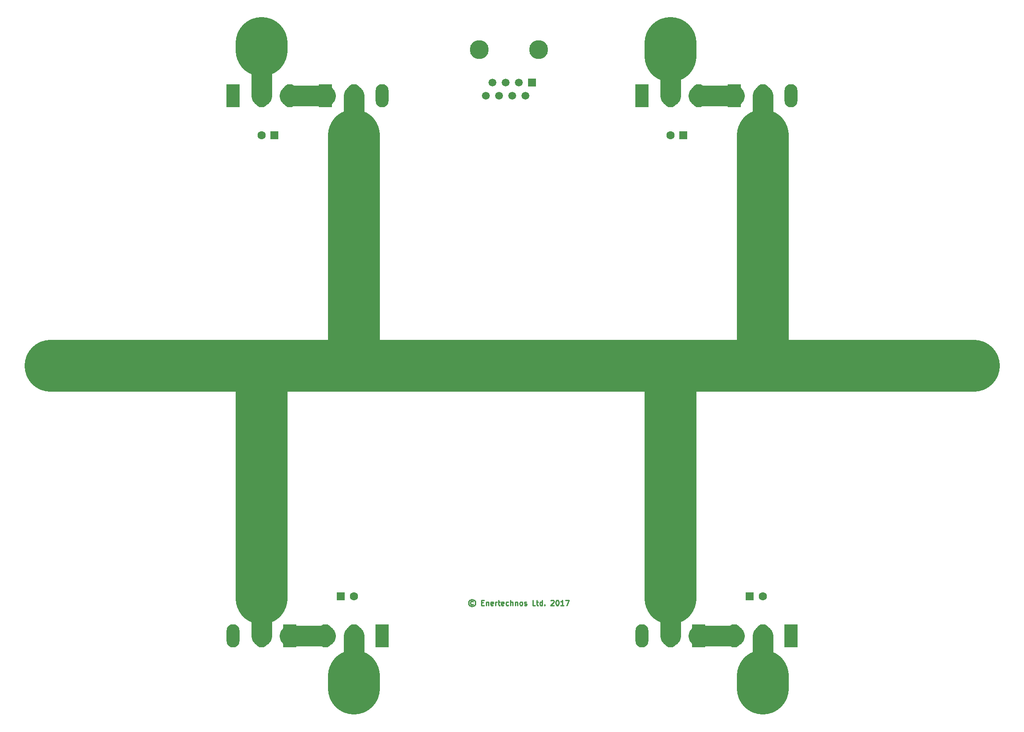
<source format=gbr>
G04 #@! TF.FileFunction,Copper,L1,Top,Mixed*
%FSLAX46Y46*%
G04 Gerber Fmt 4.6, Leading zero omitted, Abs format (unit mm)*
G04 Created by KiCad (PCBNEW 4.0.7) date 01/04/18 15:12:22*
%MOMM*%
%LPD*%
G01*
G04 APERTURE LIST*
%ADD10C,0.100000*%
%ADD11C,0.250000*%
%ADD12C,3.650000*%
%ADD13R,1.500000X1.500000*%
%ADD14C,1.500000*%
%ADD15R,1.600000X1.600000*%
%ADD16C,1.600000*%
%ADD17R,2.500000X4.500000*%
%ADD18O,2.500000X4.500000*%
%ADD19C,10.000000*%
%ADD20C,4.000000*%
%ADD21C,10.000000*%
%ADD22C,5.000000*%
G04 APERTURE END LIST*
D10*
D11*
X89004284Y24439524D02*
X88909046Y24487143D01*
X88718570Y24487143D01*
X88623332Y24439524D01*
X88528094Y24344286D01*
X88480475Y24249048D01*
X88480475Y24058571D01*
X88528094Y23963333D01*
X88623332Y23868095D01*
X88718570Y23820476D01*
X88909046Y23820476D01*
X89004284Y23868095D01*
X88813808Y24820476D02*
X88575713Y24772857D01*
X88337617Y24630000D01*
X88194760Y24391905D01*
X88147141Y24153810D01*
X88194760Y23915714D01*
X88337617Y23677619D01*
X88575713Y23534762D01*
X88813808Y23487143D01*
X89051903Y23534762D01*
X89289998Y23677619D01*
X89432855Y23915714D01*
X89480475Y24153810D01*
X89432855Y24391905D01*
X89289998Y24630000D01*
X89051903Y24772857D01*
X88813808Y24820476D01*
X90670951Y24201429D02*
X91004285Y24201429D01*
X91147142Y23677619D02*
X90670951Y23677619D01*
X90670951Y24677619D01*
X91147142Y24677619D01*
X91575713Y24344286D02*
X91575713Y23677619D01*
X91575713Y24249048D02*
X91623332Y24296667D01*
X91718570Y24344286D01*
X91861428Y24344286D01*
X91956666Y24296667D01*
X92004285Y24201429D01*
X92004285Y23677619D01*
X92861428Y23725238D02*
X92766190Y23677619D01*
X92575713Y23677619D01*
X92480475Y23725238D01*
X92432856Y23820476D01*
X92432856Y24201429D01*
X92480475Y24296667D01*
X92575713Y24344286D01*
X92766190Y24344286D01*
X92861428Y24296667D01*
X92909047Y24201429D01*
X92909047Y24106190D01*
X92432856Y24010952D01*
X93337618Y23677619D02*
X93337618Y24344286D01*
X93337618Y24153810D02*
X93385237Y24249048D01*
X93432856Y24296667D01*
X93528094Y24344286D01*
X93623333Y24344286D01*
X93813809Y24344286D02*
X94194761Y24344286D01*
X93956666Y24677619D02*
X93956666Y23820476D01*
X94004285Y23725238D01*
X94099523Y23677619D01*
X94194761Y23677619D01*
X94909048Y23725238D02*
X94813810Y23677619D01*
X94623333Y23677619D01*
X94528095Y23725238D01*
X94480476Y23820476D01*
X94480476Y24201429D01*
X94528095Y24296667D01*
X94623333Y24344286D01*
X94813810Y24344286D01*
X94909048Y24296667D01*
X94956667Y24201429D01*
X94956667Y24106190D01*
X94480476Y24010952D01*
X95813810Y23725238D02*
X95718572Y23677619D01*
X95528095Y23677619D01*
X95432857Y23725238D01*
X95385238Y23772857D01*
X95337619Y23868095D01*
X95337619Y24153810D01*
X95385238Y24249048D01*
X95432857Y24296667D01*
X95528095Y24344286D01*
X95718572Y24344286D01*
X95813810Y24296667D01*
X96242381Y23677619D02*
X96242381Y24677619D01*
X96670953Y23677619D02*
X96670953Y24201429D01*
X96623334Y24296667D01*
X96528096Y24344286D01*
X96385238Y24344286D01*
X96290000Y24296667D01*
X96242381Y24249048D01*
X97147143Y24344286D02*
X97147143Y23677619D01*
X97147143Y24249048D02*
X97194762Y24296667D01*
X97290000Y24344286D01*
X97432858Y24344286D01*
X97528096Y24296667D01*
X97575715Y24201429D01*
X97575715Y23677619D01*
X98194762Y23677619D02*
X98099524Y23725238D01*
X98051905Y23772857D01*
X98004286Y23868095D01*
X98004286Y24153810D01*
X98051905Y24249048D01*
X98099524Y24296667D01*
X98194762Y24344286D01*
X98337620Y24344286D01*
X98432858Y24296667D01*
X98480477Y24249048D01*
X98528096Y24153810D01*
X98528096Y23868095D01*
X98480477Y23772857D01*
X98432858Y23725238D01*
X98337620Y23677619D01*
X98194762Y23677619D01*
X98909048Y23725238D02*
X99004286Y23677619D01*
X99194762Y23677619D01*
X99290001Y23725238D01*
X99337620Y23820476D01*
X99337620Y23868095D01*
X99290001Y23963333D01*
X99194762Y24010952D01*
X99051905Y24010952D01*
X98956667Y24058571D01*
X98909048Y24153810D01*
X98909048Y24201429D01*
X98956667Y24296667D01*
X99051905Y24344286D01*
X99194762Y24344286D01*
X99290001Y24296667D01*
X101004287Y23677619D02*
X100528096Y23677619D01*
X100528096Y24677619D01*
X101194763Y24344286D02*
X101575715Y24344286D01*
X101337620Y24677619D02*
X101337620Y23820476D01*
X101385239Y23725238D01*
X101480477Y23677619D01*
X101575715Y23677619D01*
X102337621Y23677619D02*
X102337621Y24677619D01*
X102337621Y23725238D02*
X102242383Y23677619D01*
X102051906Y23677619D01*
X101956668Y23725238D01*
X101909049Y23772857D01*
X101861430Y23868095D01*
X101861430Y24153810D01*
X101909049Y24249048D01*
X101956668Y24296667D01*
X102051906Y24344286D01*
X102242383Y24344286D01*
X102337621Y24296667D01*
X102813811Y23772857D02*
X102861430Y23725238D01*
X102813811Y23677619D01*
X102766192Y23725238D01*
X102813811Y23772857D01*
X102813811Y23677619D01*
X104004287Y24582381D02*
X104051906Y24630000D01*
X104147144Y24677619D01*
X104385240Y24677619D01*
X104480478Y24630000D01*
X104528097Y24582381D01*
X104575716Y24487143D01*
X104575716Y24391905D01*
X104528097Y24249048D01*
X103956668Y23677619D01*
X104575716Y23677619D01*
X105194763Y24677619D02*
X105290002Y24677619D01*
X105385240Y24630000D01*
X105432859Y24582381D01*
X105480478Y24487143D01*
X105528097Y24296667D01*
X105528097Y24058571D01*
X105480478Y23868095D01*
X105432859Y23772857D01*
X105385240Y23725238D01*
X105290002Y23677619D01*
X105194763Y23677619D01*
X105099525Y23725238D01*
X105051906Y23772857D01*
X105004287Y23868095D01*
X104956668Y24058571D01*
X104956668Y24296667D01*
X105004287Y24487143D01*
X105051906Y24582381D01*
X105099525Y24630000D01*
X105194763Y24677619D01*
X106480478Y23677619D02*
X105909049Y23677619D01*
X106194763Y23677619D02*
X106194763Y24677619D01*
X106099525Y24534762D01*
X106004287Y24439524D01*
X105909049Y24391905D01*
X106813811Y24677619D02*
X107480478Y24677619D01*
X107051906Y23677619D01*
D12*
X90170000Y130810000D03*
X101600000Y130810000D03*
D13*
X100330000Y124460000D03*
D14*
X99060000Y121920000D03*
X97790000Y124460000D03*
X96520000Y121920000D03*
X95250000Y124460000D03*
X93980000Y121920000D03*
X92710000Y124460000D03*
X91440000Y121920000D03*
D15*
X50760000Y114300000D03*
D16*
X48260000Y114300000D03*
D15*
X63540000Y25400000D03*
D16*
X66040000Y25400000D03*
D15*
X129500000Y114300000D03*
D16*
X127000000Y114300000D03*
D15*
X142280000Y25400000D03*
D16*
X144780000Y25400000D03*
D17*
X60590000Y121920000D03*
D18*
X66040000Y121920000D03*
X71490000Y121920000D03*
D17*
X53710000Y17780000D03*
D18*
X48260000Y17780000D03*
X42810000Y17780000D03*
D17*
X139330000Y121920000D03*
D18*
X144780000Y121920000D03*
X150230000Y121920000D03*
D17*
X132450000Y17780000D03*
D18*
X127000000Y17780000D03*
X121550000Y17780000D03*
D19*
X127000000Y132080000D03*
X144780000Y7620000D03*
X185420000Y69850000D03*
D17*
X42810000Y121920000D03*
D18*
X48260000Y121920000D03*
X53710000Y121920000D03*
D17*
X71490000Y17780000D03*
D18*
X66040000Y17780000D03*
X60590000Y17780000D03*
D17*
X121550000Y121920000D03*
D18*
X127000000Y121920000D03*
X132450000Y121920000D03*
D17*
X150230000Y17780000D03*
D18*
X144780000Y17780000D03*
X139330000Y17780000D03*
D19*
X48260000Y132080000D03*
X66040000Y7620000D03*
X7620000Y69850000D03*
D20*
X53710000Y121920000D02*
X60590000Y121920000D01*
X48260000Y130670001D02*
X48260000Y121920000D01*
D21*
X48260000Y132080000D02*
X48260000Y130670001D01*
D20*
X53710000Y17780000D02*
X60590000Y17780000D01*
X66040000Y17780000D02*
X66040000Y10129999D01*
D21*
X66040000Y7620000D02*
X66040000Y10129999D01*
D20*
X132450000Y121920000D02*
X139330000Y121920000D01*
X127000000Y121920000D02*
X127000000Y129570001D01*
D21*
X127000000Y132080000D02*
X127000000Y129570001D01*
D20*
X132450000Y17780000D02*
X139330000Y17780000D01*
X144780000Y17780000D02*
X144780000Y10129999D01*
D21*
X144780000Y7620000D02*
X144780000Y10129999D01*
D20*
X66040000Y121920000D02*
X66040000Y114300000D01*
D21*
X127000000Y69850000D02*
X127000000Y25030000D01*
X48260000Y69850000D02*
X48260000Y25030000D01*
X66040000Y71230000D02*
X66040000Y114300000D01*
D20*
X144780000Y121920000D02*
X144780000Y114300000D01*
D21*
X144780000Y69850000D02*
X144780000Y114300000D01*
X7620000Y69850000D02*
X48260000Y69850000D01*
X185420000Y69850000D02*
X144780000Y69850000D01*
X66040000Y69850000D02*
X127000000Y69850000D01*
X127000000Y69850000D02*
X144780000Y69850000D01*
D20*
X127000000Y17780000D02*
X127000000Y25030000D01*
D21*
X48260000Y69850000D02*
X66040000Y69850000D01*
D20*
X48260000Y17780000D02*
X48260000Y25030000D01*
D22*
X66040000Y71230000D02*
X66150000Y71120000D01*
M02*

</source>
